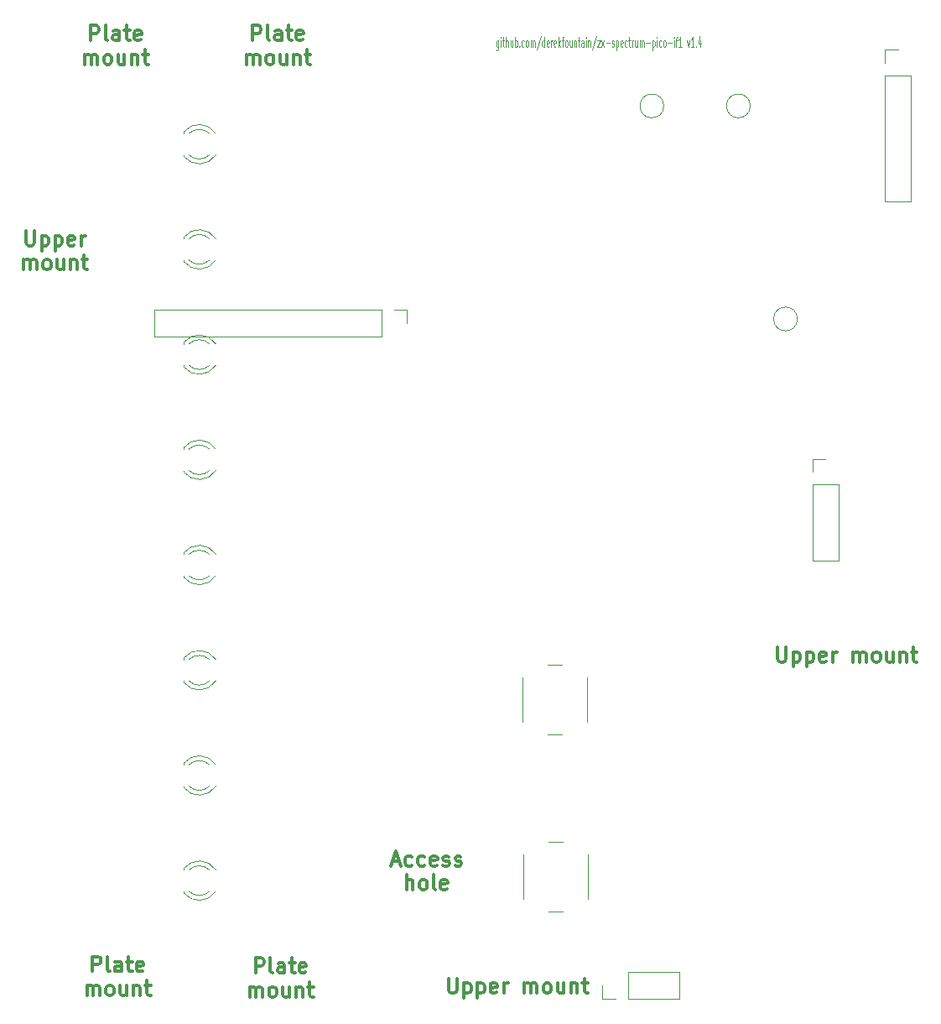
<source format=gto>
G04 #@! TF.GenerationSoftware,KiCad,Pcbnew,6.0.11-2627ca5db0~126~ubuntu22.04.1*
G04 #@! TF.CreationDate,2023-06-25T15:34:26+01:00*
G04 #@! TF.ProjectId,ui_daughterboard,75695f64-6175-4676-9874-6572626f6172,rev?*
G04 #@! TF.SameCoordinates,Original*
G04 #@! TF.FileFunction,Legend,Top*
G04 #@! TF.FilePolarity,Positive*
%FSLAX46Y46*%
G04 Gerber Fmt 4.6, Leading zero omitted, Abs format (unit mm)*
G04 Created by KiCad (PCBNEW 6.0.11-2627ca5db0~126~ubuntu22.04.1) date 2023-06-25 15:34:26*
%MOMM*%
%LPD*%
G01*
G04 APERTURE LIST*
%ADD10C,0.300000*%
%ADD11C,0.125000*%
%ADD12C,0.120000*%
%ADD13C,3.200000*%
%ADD14C,2.000000*%
%ADD15C,4.300000*%
%ADD16R,1.800000X1.800000*%
%ADD17C,1.800000*%
%ADD18R,1.700000X1.700000*%
%ADD19O,1.700000X1.700000*%
G04 APERTURE END LIST*
D10*
X89981428Y-167308571D02*
X89981428Y-168522857D01*
X90052857Y-168665714D01*
X90124285Y-168737142D01*
X90267142Y-168808571D01*
X90552857Y-168808571D01*
X90695714Y-168737142D01*
X90767142Y-168665714D01*
X90838571Y-168522857D01*
X90838571Y-167308571D01*
X91552857Y-167808571D02*
X91552857Y-169308571D01*
X91552857Y-167880000D02*
X91695714Y-167808571D01*
X91981428Y-167808571D01*
X92124285Y-167880000D01*
X92195714Y-167951428D01*
X92267142Y-168094285D01*
X92267142Y-168522857D01*
X92195714Y-168665714D01*
X92124285Y-168737142D01*
X91981428Y-168808571D01*
X91695714Y-168808571D01*
X91552857Y-168737142D01*
X92910000Y-167808571D02*
X92910000Y-169308571D01*
X92910000Y-167880000D02*
X93052857Y-167808571D01*
X93338571Y-167808571D01*
X93481428Y-167880000D01*
X93552857Y-167951428D01*
X93624285Y-168094285D01*
X93624285Y-168522857D01*
X93552857Y-168665714D01*
X93481428Y-168737142D01*
X93338571Y-168808571D01*
X93052857Y-168808571D01*
X92910000Y-168737142D01*
X94838571Y-168737142D02*
X94695714Y-168808571D01*
X94410000Y-168808571D01*
X94267142Y-168737142D01*
X94195714Y-168594285D01*
X94195714Y-168022857D01*
X94267142Y-167880000D01*
X94410000Y-167808571D01*
X94695714Y-167808571D01*
X94838571Y-167880000D01*
X94910000Y-168022857D01*
X94910000Y-168165714D01*
X94195714Y-168308571D01*
X95552857Y-168808571D02*
X95552857Y-167808571D01*
X95552857Y-168094285D02*
X95624285Y-167951428D01*
X95695714Y-167880000D01*
X95838571Y-167808571D01*
X95981428Y-167808571D01*
X97624285Y-168808571D02*
X97624285Y-167808571D01*
X97624285Y-167951428D02*
X97695714Y-167880000D01*
X97838571Y-167808571D01*
X98052857Y-167808571D01*
X98195714Y-167880000D01*
X98267142Y-168022857D01*
X98267142Y-168808571D01*
X98267142Y-168022857D02*
X98338571Y-167880000D01*
X98481428Y-167808571D01*
X98695714Y-167808571D01*
X98838571Y-167880000D01*
X98910000Y-168022857D01*
X98910000Y-168808571D01*
X99838571Y-168808571D02*
X99695714Y-168737142D01*
X99624285Y-168665714D01*
X99552857Y-168522857D01*
X99552857Y-168094285D01*
X99624285Y-167951428D01*
X99695714Y-167880000D01*
X99838571Y-167808571D01*
X100052857Y-167808571D01*
X100195714Y-167880000D01*
X100267142Y-167951428D01*
X100338571Y-168094285D01*
X100338571Y-168522857D01*
X100267142Y-168665714D01*
X100195714Y-168737142D01*
X100052857Y-168808571D01*
X99838571Y-168808571D01*
X101624285Y-167808571D02*
X101624285Y-168808571D01*
X100981428Y-167808571D02*
X100981428Y-168594285D01*
X101052857Y-168737142D01*
X101195714Y-168808571D01*
X101410000Y-168808571D01*
X101552857Y-168737142D01*
X101624285Y-168665714D01*
X102338571Y-167808571D02*
X102338571Y-168808571D01*
X102338571Y-167951428D02*
X102410000Y-167880000D01*
X102552857Y-167808571D01*
X102767142Y-167808571D01*
X102910000Y-167880000D01*
X102981428Y-168022857D01*
X102981428Y-168808571D01*
X103481428Y-167808571D02*
X104052857Y-167808571D01*
X103695714Y-167308571D02*
X103695714Y-168594285D01*
X103767142Y-168737142D01*
X103910000Y-168808571D01*
X104052857Y-168808571D01*
X84290000Y-155532500D02*
X85004285Y-155532500D01*
X84147142Y-155961071D02*
X84647142Y-154461071D01*
X85147142Y-155961071D01*
X86290000Y-155889642D02*
X86147142Y-155961071D01*
X85861428Y-155961071D01*
X85718571Y-155889642D01*
X85647142Y-155818214D01*
X85575714Y-155675357D01*
X85575714Y-155246785D01*
X85647142Y-155103928D01*
X85718571Y-155032500D01*
X85861428Y-154961071D01*
X86147142Y-154961071D01*
X86290000Y-155032500D01*
X87575714Y-155889642D02*
X87432857Y-155961071D01*
X87147142Y-155961071D01*
X87004285Y-155889642D01*
X86932857Y-155818214D01*
X86861428Y-155675357D01*
X86861428Y-155246785D01*
X86932857Y-155103928D01*
X87004285Y-155032500D01*
X87147142Y-154961071D01*
X87432857Y-154961071D01*
X87575714Y-155032500D01*
X88790000Y-155889642D02*
X88647142Y-155961071D01*
X88361428Y-155961071D01*
X88218571Y-155889642D01*
X88147142Y-155746785D01*
X88147142Y-155175357D01*
X88218571Y-155032500D01*
X88361428Y-154961071D01*
X88647142Y-154961071D01*
X88790000Y-155032500D01*
X88861428Y-155175357D01*
X88861428Y-155318214D01*
X88147142Y-155461071D01*
X89432857Y-155889642D02*
X89575714Y-155961071D01*
X89861428Y-155961071D01*
X90004285Y-155889642D01*
X90075714Y-155746785D01*
X90075714Y-155675357D01*
X90004285Y-155532500D01*
X89861428Y-155461071D01*
X89647142Y-155461071D01*
X89504285Y-155389642D01*
X89432857Y-155246785D01*
X89432857Y-155175357D01*
X89504285Y-155032500D01*
X89647142Y-154961071D01*
X89861428Y-154961071D01*
X90004285Y-155032500D01*
X90647142Y-155889642D02*
X90790000Y-155961071D01*
X91075714Y-155961071D01*
X91218571Y-155889642D01*
X91290000Y-155746785D01*
X91290000Y-155675357D01*
X91218571Y-155532500D01*
X91075714Y-155461071D01*
X90861428Y-155461071D01*
X90718571Y-155389642D01*
X90647142Y-155246785D01*
X90647142Y-155175357D01*
X90718571Y-155032500D01*
X90861428Y-154961071D01*
X91075714Y-154961071D01*
X91218571Y-155032500D01*
X85754285Y-158376071D02*
X85754285Y-156876071D01*
X86397142Y-158376071D02*
X86397142Y-157590357D01*
X86325714Y-157447500D01*
X86182857Y-157376071D01*
X85968571Y-157376071D01*
X85825714Y-157447500D01*
X85754285Y-157518928D01*
X87325714Y-158376071D02*
X87182857Y-158304642D01*
X87111428Y-158233214D01*
X87040000Y-158090357D01*
X87040000Y-157661785D01*
X87111428Y-157518928D01*
X87182857Y-157447500D01*
X87325714Y-157376071D01*
X87540000Y-157376071D01*
X87682857Y-157447500D01*
X87754285Y-157518928D01*
X87825714Y-157661785D01*
X87825714Y-158090357D01*
X87754285Y-158233214D01*
X87682857Y-158304642D01*
X87540000Y-158376071D01*
X87325714Y-158376071D01*
X88682857Y-158376071D02*
X88540000Y-158304642D01*
X88468571Y-158161785D01*
X88468571Y-156876071D01*
X89825714Y-158304642D02*
X89682857Y-158376071D01*
X89397142Y-158376071D01*
X89254285Y-158304642D01*
X89182857Y-158161785D01*
X89182857Y-157590357D01*
X89254285Y-157447500D01*
X89397142Y-157376071D01*
X89682857Y-157376071D01*
X89825714Y-157447500D01*
X89897142Y-157590357D01*
X89897142Y-157733214D01*
X89182857Y-157876071D01*
X70484285Y-166761071D02*
X70484285Y-165261071D01*
X71055714Y-165261071D01*
X71198571Y-165332500D01*
X71270000Y-165403928D01*
X71341428Y-165546785D01*
X71341428Y-165761071D01*
X71270000Y-165903928D01*
X71198571Y-165975357D01*
X71055714Y-166046785D01*
X70484285Y-166046785D01*
X72198571Y-166761071D02*
X72055714Y-166689642D01*
X71984285Y-166546785D01*
X71984285Y-165261071D01*
X73412857Y-166761071D02*
X73412857Y-165975357D01*
X73341428Y-165832500D01*
X73198571Y-165761071D01*
X72912857Y-165761071D01*
X72770000Y-165832500D01*
X73412857Y-166689642D02*
X73270000Y-166761071D01*
X72912857Y-166761071D01*
X72770000Y-166689642D01*
X72698571Y-166546785D01*
X72698571Y-166403928D01*
X72770000Y-166261071D01*
X72912857Y-166189642D01*
X73270000Y-166189642D01*
X73412857Y-166118214D01*
X73912857Y-165761071D02*
X74484285Y-165761071D01*
X74127142Y-165261071D02*
X74127142Y-166546785D01*
X74198571Y-166689642D01*
X74341428Y-166761071D01*
X74484285Y-166761071D01*
X75555714Y-166689642D02*
X75412857Y-166761071D01*
X75127142Y-166761071D01*
X74984285Y-166689642D01*
X74912857Y-166546785D01*
X74912857Y-165975357D01*
X74984285Y-165832500D01*
X75127142Y-165761071D01*
X75412857Y-165761071D01*
X75555714Y-165832500D01*
X75627142Y-165975357D01*
X75627142Y-166118214D01*
X74912857Y-166261071D01*
X69912857Y-169176071D02*
X69912857Y-168176071D01*
X69912857Y-168318928D02*
X69984285Y-168247500D01*
X70127142Y-168176071D01*
X70341428Y-168176071D01*
X70484285Y-168247500D01*
X70555714Y-168390357D01*
X70555714Y-169176071D01*
X70555714Y-168390357D02*
X70627142Y-168247500D01*
X70770000Y-168176071D01*
X70984285Y-168176071D01*
X71127142Y-168247500D01*
X71198571Y-168390357D01*
X71198571Y-169176071D01*
X72127142Y-169176071D02*
X71984285Y-169104642D01*
X71912857Y-169033214D01*
X71841428Y-168890357D01*
X71841428Y-168461785D01*
X71912857Y-168318928D01*
X71984285Y-168247500D01*
X72127142Y-168176071D01*
X72341428Y-168176071D01*
X72484285Y-168247500D01*
X72555714Y-168318928D01*
X72627142Y-168461785D01*
X72627142Y-168890357D01*
X72555714Y-169033214D01*
X72484285Y-169104642D01*
X72341428Y-169176071D01*
X72127142Y-169176071D01*
X73912857Y-168176071D02*
X73912857Y-169176071D01*
X73270000Y-168176071D02*
X73270000Y-168961785D01*
X73341428Y-169104642D01*
X73484285Y-169176071D01*
X73698571Y-169176071D01*
X73841428Y-169104642D01*
X73912857Y-169033214D01*
X74627142Y-168176071D02*
X74627142Y-169176071D01*
X74627142Y-168318928D02*
X74698571Y-168247500D01*
X74841428Y-168176071D01*
X75055714Y-168176071D01*
X75198571Y-168247500D01*
X75270000Y-168390357D01*
X75270000Y-169176071D01*
X75770000Y-168176071D02*
X76341428Y-168176071D01*
X75984285Y-167676071D02*
X75984285Y-168961785D01*
X76055714Y-169104642D01*
X76198571Y-169176071D01*
X76341428Y-169176071D01*
X54044285Y-166621071D02*
X54044285Y-165121071D01*
X54615714Y-165121071D01*
X54758571Y-165192500D01*
X54830000Y-165263928D01*
X54901428Y-165406785D01*
X54901428Y-165621071D01*
X54830000Y-165763928D01*
X54758571Y-165835357D01*
X54615714Y-165906785D01*
X54044285Y-165906785D01*
X55758571Y-166621071D02*
X55615714Y-166549642D01*
X55544285Y-166406785D01*
X55544285Y-165121071D01*
X56972857Y-166621071D02*
X56972857Y-165835357D01*
X56901428Y-165692500D01*
X56758571Y-165621071D01*
X56472857Y-165621071D01*
X56330000Y-165692500D01*
X56972857Y-166549642D02*
X56830000Y-166621071D01*
X56472857Y-166621071D01*
X56330000Y-166549642D01*
X56258571Y-166406785D01*
X56258571Y-166263928D01*
X56330000Y-166121071D01*
X56472857Y-166049642D01*
X56830000Y-166049642D01*
X56972857Y-165978214D01*
X57472857Y-165621071D02*
X58044285Y-165621071D01*
X57687142Y-165121071D02*
X57687142Y-166406785D01*
X57758571Y-166549642D01*
X57901428Y-166621071D01*
X58044285Y-166621071D01*
X59115714Y-166549642D02*
X58972857Y-166621071D01*
X58687142Y-166621071D01*
X58544285Y-166549642D01*
X58472857Y-166406785D01*
X58472857Y-165835357D01*
X58544285Y-165692500D01*
X58687142Y-165621071D01*
X58972857Y-165621071D01*
X59115714Y-165692500D01*
X59187142Y-165835357D01*
X59187142Y-165978214D01*
X58472857Y-166121071D01*
X53472857Y-169036071D02*
X53472857Y-168036071D01*
X53472857Y-168178928D02*
X53544285Y-168107500D01*
X53687142Y-168036071D01*
X53901428Y-168036071D01*
X54044285Y-168107500D01*
X54115714Y-168250357D01*
X54115714Y-169036071D01*
X54115714Y-168250357D02*
X54187142Y-168107500D01*
X54330000Y-168036071D01*
X54544285Y-168036071D01*
X54687142Y-168107500D01*
X54758571Y-168250357D01*
X54758571Y-169036071D01*
X55687142Y-169036071D02*
X55544285Y-168964642D01*
X55472857Y-168893214D01*
X55401428Y-168750357D01*
X55401428Y-168321785D01*
X55472857Y-168178928D01*
X55544285Y-168107500D01*
X55687142Y-168036071D01*
X55901428Y-168036071D01*
X56044285Y-168107500D01*
X56115714Y-168178928D01*
X56187142Y-168321785D01*
X56187142Y-168750357D01*
X56115714Y-168893214D01*
X56044285Y-168964642D01*
X55901428Y-169036071D01*
X55687142Y-169036071D01*
X57472857Y-168036071D02*
X57472857Y-169036071D01*
X56830000Y-168036071D02*
X56830000Y-168821785D01*
X56901428Y-168964642D01*
X57044285Y-169036071D01*
X57258571Y-169036071D01*
X57401428Y-168964642D01*
X57472857Y-168893214D01*
X58187142Y-168036071D02*
X58187142Y-169036071D01*
X58187142Y-168178928D02*
X58258571Y-168107500D01*
X58401428Y-168036071D01*
X58615714Y-168036071D01*
X58758571Y-168107500D01*
X58830000Y-168250357D01*
X58830000Y-169036071D01*
X59330000Y-168036071D02*
X59901428Y-168036071D01*
X59544285Y-167536071D02*
X59544285Y-168821785D01*
X59615714Y-168964642D01*
X59758571Y-169036071D01*
X59901428Y-169036071D01*
X70194285Y-72691071D02*
X70194285Y-71191071D01*
X70765714Y-71191071D01*
X70908571Y-71262500D01*
X70980000Y-71333928D01*
X71051428Y-71476785D01*
X71051428Y-71691071D01*
X70980000Y-71833928D01*
X70908571Y-71905357D01*
X70765714Y-71976785D01*
X70194285Y-71976785D01*
X71908571Y-72691071D02*
X71765714Y-72619642D01*
X71694285Y-72476785D01*
X71694285Y-71191071D01*
X73122857Y-72691071D02*
X73122857Y-71905357D01*
X73051428Y-71762500D01*
X72908571Y-71691071D01*
X72622857Y-71691071D01*
X72480000Y-71762500D01*
X73122857Y-72619642D02*
X72980000Y-72691071D01*
X72622857Y-72691071D01*
X72480000Y-72619642D01*
X72408571Y-72476785D01*
X72408571Y-72333928D01*
X72480000Y-72191071D01*
X72622857Y-72119642D01*
X72980000Y-72119642D01*
X73122857Y-72048214D01*
X73622857Y-71691071D02*
X74194285Y-71691071D01*
X73837142Y-71191071D02*
X73837142Y-72476785D01*
X73908571Y-72619642D01*
X74051428Y-72691071D01*
X74194285Y-72691071D01*
X75265714Y-72619642D02*
X75122857Y-72691071D01*
X74837142Y-72691071D01*
X74694285Y-72619642D01*
X74622857Y-72476785D01*
X74622857Y-71905357D01*
X74694285Y-71762500D01*
X74837142Y-71691071D01*
X75122857Y-71691071D01*
X75265714Y-71762500D01*
X75337142Y-71905357D01*
X75337142Y-72048214D01*
X74622857Y-72191071D01*
X69622857Y-75106071D02*
X69622857Y-74106071D01*
X69622857Y-74248928D02*
X69694285Y-74177500D01*
X69837142Y-74106071D01*
X70051428Y-74106071D01*
X70194285Y-74177500D01*
X70265714Y-74320357D01*
X70265714Y-75106071D01*
X70265714Y-74320357D02*
X70337142Y-74177500D01*
X70480000Y-74106071D01*
X70694285Y-74106071D01*
X70837142Y-74177500D01*
X70908571Y-74320357D01*
X70908571Y-75106071D01*
X71837142Y-75106071D02*
X71694285Y-75034642D01*
X71622857Y-74963214D01*
X71551428Y-74820357D01*
X71551428Y-74391785D01*
X71622857Y-74248928D01*
X71694285Y-74177500D01*
X71837142Y-74106071D01*
X72051428Y-74106071D01*
X72194285Y-74177500D01*
X72265714Y-74248928D01*
X72337142Y-74391785D01*
X72337142Y-74820357D01*
X72265714Y-74963214D01*
X72194285Y-75034642D01*
X72051428Y-75106071D01*
X71837142Y-75106071D01*
X73622857Y-74106071D02*
X73622857Y-75106071D01*
X72980000Y-74106071D02*
X72980000Y-74891785D01*
X73051428Y-75034642D01*
X73194285Y-75106071D01*
X73408571Y-75106071D01*
X73551428Y-75034642D01*
X73622857Y-74963214D01*
X74337142Y-74106071D02*
X74337142Y-75106071D01*
X74337142Y-74248928D02*
X74408571Y-74177500D01*
X74551428Y-74106071D01*
X74765714Y-74106071D01*
X74908571Y-74177500D01*
X74980000Y-74320357D01*
X74980000Y-75106071D01*
X75480000Y-74106071D02*
X76051428Y-74106071D01*
X75694285Y-73606071D02*
X75694285Y-74891785D01*
X75765714Y-75034642D01*
X75908571Y-75106071D01*
X76051428Y-75106071D01*
X53834285Y-72701071D02*
X53834285Y-71201071D01*
X54405714Y-71201071D01*
X54548571Y-71272500D01*
X54620000Y-71343928D01*
X54691428Y-71486785D01*
X54691428Y-71701071D01*
X54620000Y-71843928D01*
X54548571Y-71915357D01*
X54405714Y-71986785D01*
X53834285Y-71986785D01*
X55548571Y-72701071D02*
X55405714Y-72629642D01*
X55334285Y-72486785D01*
X55334285Y-71201071D01*
X56762857Y-72701071D02*
X56762857Y-71915357D01*
X56691428Y-71772500D01*
X56548571Y-71701071D01*
X56262857Y-71701071D01*
X56120000Y-71772500D01*
X56762857Y-72629642D02*
X56620000Y-72701071D01*
X56262857Y-72701071D01*
X56120000Y-72629642D01*
X56048571Y-72486785D01*
X56048571Y-72343928D01*
X56120000Y-72201071D01*
X56262857Y-72129642D01*
X56620000Y-72129642D01*
X56762857Y-72058214D01*
X57262857Y-71701071D02*
X57834285Y-71701071D01*
X57477142Y-71201071D02*
X57477142Y-72486785D01*
X57548571Y-72629642D01*
X57691428Y-72701071D01*
X57834285Y-72701071D01*
X58905714Y-72629642D02*
X58762857Y-72701071D01*
X58477142Y-72701071D01*
X58334285Y-72629642D01*
X58262857Y-72486785D01*
X58262857Y-71915357D01*
X58334285Y-71772500D01*
X58477142Y-71701071D01*
X58762857Y-71701071D01*
X58905714Y-71772500D01*
X58977142Y-71915357D01*
X58977142Y-72058214D01*
X58262857Y-72201071D01*
X53262857Y-75116071D02*
X53262857Y-74116071D01*
X53262857Y-74258928D02*
X53334285Y-74187500D01*
X53477142Y-74116071D01*
X53691428Y-74116071D01*
X53834285Y-74187500D01*
X53905714Y-74330357D01*
X53905714Y-75116071D01*
X53905714Y-74330357D02*
X53977142Y-74187500D01*
X54120000Y-74116071D01*
X54334285Y-74116071D01*
X54477142Y-74187500D01*
X54548571Y-74330357D01*
X54548571Y-75116071D01*
X55477142Y-75116071D02*
X55334285Y-75044642D01*
X55262857Y-74973214D01*
X55191428Y-74830357D01*
X55191428Y-74401785D01*
X55262857Y-74258928D01*
X55334285Y-74187500D01*
X55477142Y-74116071D01*
X55691428Y-74116071D01*
X55834285Y-74187500D01*
X55905714Y-74258928D01*
X55977142Y-74401785D01*
X55977142Y-74830357D01*
X55905714Y-74973214D01*
X55834285Y-75044642D01*
X55691428Y-75116071D01*
X55477142Y-75116071D01*
X57262857Y-74116071D02*
X57262857Y-75116071D01*
X56620000Y-74116071D02*
X56620000Y-74901785D01*
X56691428Y-75044642D01*
X56834285Y-75116071D01*
X57048571Y-75116071D01*
X57191428Y-75044642D01*
X57262857Y-74973214D01*
X57977142Y-74116071D02*
X57977142Y-75116071D01*
X57977142Y-74258928D02*
X58048571Y-74187500D01*
X58191428Y-74116071D01*
X58405714Y-74116071D01*
X58548571Y-74187500D01*
X58620000Y-74330357D01*
X58620000Y-75116071D01*
X59120000Y-74116071D02*
X59691428Y-74116071D01*
X59334285Y-73616071D02*
X59334285Y-74901785D01*
X59405714Y-75044642D01*
X59548571Y-75116071D01*
X59691428Y-75116071D01*
X47327142Y-91911071D02*
X47327142Y-93125357D01*
X47398571Y-93268214D01*
X47470000Y-93339642D01*
X47612857Y-93411071D01*
X47898571Y-93411071D01*
X48041428Y-93339642D01*
X48112857Y-93268214D01*
X48184285Y-93125357D01*
X48184285Y-91911071D01*
X48898571Y-92411071D02*
X48898571Y-93911071D01*
X48898571Y-92482500D02*
X49041428Y-92411071D01*
X49327142Y-92411071D01*
X49470000Y-92482500D01*
X49541428Y-92553928D01*
X49612857Y-92696785D01*
X49612857Y-93125357D01*
X49541428Y-93268214D01*
X49470000Y-93339642D01*
X49327142Y-93411071D01*
X49041428Y-93411071D01*
X48898571Y-93339642D01*
X50255714Y-92411071D02*
X50255714Y-93911071D01*
X50255714Y-92482500D02*
X50398571Y-92411071D01*
X50684285Y-92411071D01*
X50827142Y-92482500D01*
X50898571Y-92553928D01*
X50970000Y-92696785D01*
X50970000Y-93125357D01*
X50898571Y-93268214D01*
X50827142Y-93339642D01*
X50684285Y-93411071D01*
X50398571Y-93411071D01*
X50255714Y-93339642D01*
X52184285Y-93339642D02*
X52041428Y-93411071D01*
X51755714Y-93411071D01*
X51612857Y-93339642D01*
X51541428Y-93196785D01*
X51541428Y-92625357D01*
X51612857Y-92482500D01*
X51755714Y-92411071D01*
X52041428Y-92411071D01*
X52184285Y-92482500D01*
X52255714Y-92625357D01*
X52255714Y-92768214D01*
X51541428Y-92911071D01*
X52898571Y-93411071D02*
X52898571Y-92411071D01*
X52898571Y-92696785D02*
X52970000Y-92553928D01*
X53041428Y-92482500D01*
X53184285Y-92411071D01*
X53327142Y-92411071D01*
X47112857Y-95826071D02*
X47112857Y-94826071D01*
X47112857Y-94968928D02*
X47184285Y-94897500D01*
X47327142Y-94826071D01*
X47541428Y-94826071D01*
X47684285Y-94897500D01*
X47755714Y-95040357D01*
X47755714Y-95826071D01*
X47755714Y-95040357D02*
X47827142Y-94897500D01*
X47970000Y-94826071D01*
X48184285Y-94826071D01*
X48327142Y-94897500D01*
X48398571Y-95040357D01*
X48398571Y-95826071D01*
X49327142Y-95826071D02*
X49184285Y-95754642D01*
X49112857Y-95683214D01*
X49041428Y-95540357D01*
X49041428Y-95111785D01*
X49112857Y-94968928D01*
X49184285Y-94897500D01*
X49327142Y-94826071D01*
X49541428Y-94826071D01*
X49684285Y-94897500D01*
X49755714Y-94968928D01*
X49827142Y-95111785D01*
X49827142Y-95540357D01*
X49755714Y-95683214D01*
X49684285Y-95754642D01*
X49541428Y-95826071D01*
X49327142Y-95826071D01*
X51112857Y-94826071D02*
X51112857Y-95826071D01*
X50470000Y-94826071D02*
X50470000Y-95611785D01*
X50541428Y-95754642D01*
X50684285Y-95826071D01*
X50898571Y-95826071D01*
X51041428Y-95754642D01*
X51112857Y-95683214D01*
X51827142Y-94826071D02*
X51827142Y-95826071D01*
X51827142Y-94968928D02*
X51898571Y-94897500D01*
X52041428Y-94826071D01*
X52255714Y-94826071D01*
X52398571Y-94897500D01*
X52470000Y-95040357D01*
X52470000Y-95826071D01*
X52970000Y-94826071D02*
X53541428Y-94826071D01*
X53184285Y-94326071D02*
X53184285Y-95611785D01*
X53255714Y-95754642D01*
X53398571Y-95826071D01*
X53541428Y-95826071D01*
X123201428Y-133888571D02*
X123201428Y-135102857D01*
X123272857Y-135245714D01*
X123344285Y-135317142D01*
X123487142Y-135388571D01*
X123772857Y-135388571D01*
X123915714Y-135317142D01*
X123987142Y-135245714D01*
X124058571Y-135102857D01*
X124058571Y-133888571D01*
X124772857Y-134388571D02*
X124772857Y-135888571D01*
X124772857Y-134460000D02*
X124915714Y-134388571D01*
X125201428Y-134388571D01*
X125344285Y-134460000D01*
X125415714Y-134531428D01*
X125487142Y-134674285D01*
X125487142Y-135102857D01*
X125415714Y-135245714D01*
X125344285Y-135317142D01*
X125201428Y-135388571D01*
X124915714Y-135388571D01*
X124772857Y-135317142D01*
X126130000Y-134388571D02*
X126130000Y-135888571D01*
X126130000Y-134460000D02*
X126272857Y-134388571D01*
X126558571Y-134388571D01*
X126701428Y-134460000D01*
X126772857Y-134531428D01*
X126844285Y-134674285D01*
X126844285Y-135102857D01*
X126772857Y-135245714D01*
X126701428Y-135317142D01*
X126558571Y-135388571D01*
X126272857Y-135388571D01*
X126130000Y-135317142D01*
X128058571Y-135317142D02*
X127915714Y-135388571D01*
X127630000Y-135388571D01*
X127487142Y-135317142D01*
X127415714Y-135174285D01*
X127415714Y-134602857D01*
X127487142Y-134460000D01*
X127630000Y-134388571D01*
X127915714Y-134388571D01*
X128058571Y-134460000D01*
X128130000Y-134602857D01*
X128130000Y-134745714D01*
X127415714Y-134888571D01*
X128772857Y-135388571D02*
X128772857Y-134388571D01*
X128772857Y-134674285D02*
X128844285Y-134531428D01*
X128915714Y-134460000D01*
X129058571Y-134388571D01*
X129201428Y-134388571D01*
X130844285Y-135388571D02*
X130844285Y-134388571D01*
X130844285Y-134531428D02*
X130915714Y-134460000D01*
X131058571Y-134388571D01*
X131272857Y-134388571D01*
X131415714Y-134460000D01*
X131487142Y-134602857D01*
X131487142Y-135388571D01*
X131487142Y-134602857D02*
X131558571Y-134460000D01*
X131701428Y-134388571D01*
X131915714Y-134388571D01*
X132058571Y-134460000D01*
X132130000Y-134602857D01*
X132130000Y-135388571D01*
X133058571Y-135388571D02*
X132915714Y-135317142D01*
X132844285Y-135245714D01*
X132772857Y-135102857D01*
X132772857Y-134674285D01*
X132844285Y-134531428D01*
X132915714Y-134460000D01*
X133058571Y-134388571D01*
X133272857Y-134388571D01*
X133415714Y-134460000D01*
X133487142Y-134531428D01*
X133558571Y-134674285D01*
X133558571Y-135102857D01*
X133487142Y-135245714D01*
X133415714Y-135317142D01*
X133272857Y-135388571D01*
X133058571Y-135388571D01*
X134844285Y-134388571D02*
X134844285Y-135388571D01*
X134201428Y-134388571D02*
X134201428Y-135174285D01*
X134272857Y-135317142D01*
X134415714Y-135388571D01*
X134630000Y-135388571D01*
X134772857Y-135317142D01*
X134844285Y-135245714D01*
X135558571Y-134388571D02*
X135558571Y-135388571D01*
X135558571Y-134531428D02*
X135630000Y-134460000D01*
X135772857Y-134388571D01*
X135987142Y-134388571D01*
X136130000Y-134460000D01*
X136201428Y-134602857D01*
X136201428Y-135388571D01*
X136701428Y-134388571D02*
X137272857Y-134388571D01*
X136915714Y-133888571D02*
X136915714Y-135174285D01*
X136987142Y-135317142D01*
X137130000Y-135388571D01*
X137272857Y-135388571D01*
D11*
X95022857Y-72685714D02*
X95022857Y-73495238D01*
X94999047Y-73590476D01*
X94975238Y-73638095D01*
X94927619Y-73685714D01*
X94856190Y-73685714D01*
X94808571Y-73638095D01*
X95022857Y-73304761D02*
X94975238Y-73352380D01*
X94880000Y-73352380D01*
X94832380Y-73304761D01*
X94808571Y-73257142D01*
X94784761Y-73161904D01*
X94784761Y-72876190D01*
X94808571Y-72780952D01*
X94832380Y-72733333D01*
X94880000Y-72685714D01*
X94975238Y-72685714D01*
X95022857Y-72733333D01*
X95260952Y-73352380D02*
X95260952Y-72685714D01*
X95260952Y-72352380D02*
X95237142Y-72400000D01*
X95260952Y-72447619D01*
X95284761Y-72400000D01*
X95260952Y-72352380D01*
X95260952Y-72447619D01*
X95427619Y-72685714D02*
X95618095Y-72685714D01*
X95499047Y-72352380D02*
X95499047Y-73209523D01*
X95522857Y-73304761D01*
X95570476Y-73352380D01*
X95618095Y-73352380D01*
X95784761Y-73352380D02*
X95784761Y-72352380D01*
X95999047Y-73352380D02*
X95999047Y-72828571D01*
X95975238Y-72733333D01*
X95927619Y-72685714D01*
X95856190Y-72685714D01*
X95808571Y-72733333D01*
X95784761Y-72780952D01*
X96451428Y-72685714D02*
X96451428Y-73352380D01*
X96237142Y-72685714D02*
X96237142Y-73209523D01*
X96260952Y-73304761D01*
X96308571Y-73352380D01*
X96380000Y-73352380D01*
X96427619Y-73304761D01*
X96451428Y-73257142D01*
X96689523Y-73352380D02*
X96689523Y-72352380D01*
X96689523Y-72733333D02*
X96737142Y-72685714D01*
X96832380Y-72685714D01*
X96880000Y-72733333D01*
X96903809Y-72780952D01*
X96927619Y-72876190D01*
X96927619Y-73161904D01*
X96903809Y-73257142D01*
X96880000Y-73304761D01*
X96832380Y-73352380D01*
X96737142Y-73352380D01*
X96689523Y-73304761D01*
X97141904Y-73257142D02*
X97165714Y-73304761D01*
X97141904Y-73352380D01*
X97118095Y-73304761D01*
X97141904Y-73257142D01*
X97141904Y-73352380D01*
X97594285Y-73304761D02*
X97546666Y-73352380D01*
X97451428Y-73352380D01*
X97403809Y-73304761D01*
X97380000Y-73257142D01*
X97356190Y-73161904D01*
X97356190Y-72876190D01*
X97380000Y-72780952D01*
X97403809Y-72733333D01*
X97451428Y-72685714D01*
X97546666Y-72685714D01*
X97594285Y-72733333D01*
X97880000Y-73352380D02*
X97832380Y-73304761D01*
X97808571Y-73257142D01*
X97784761Y-73161904D01*
X97784761Y-72876190D01*
X97808571Y-72780952D01*
X97832380Y-72733333D01*
X97880000Y-72685714D01*
X97951428Y-72685714D01*
X97999047Y-72733333D01*
X98022857Y-72780952D01*
X98046666Y-72876190D01*
X98046666Y-73161904D01*
X98022857Y-73257142D01*
X97999047Y-73304761D01*
X97951428Y-73352380D01*
X97880000Y-73352380D01*
X98260952Y-73352380D02*
X98260952Y-72685714D01*
X98260952Y-72780952D02*
X98284761Y-72733333D01*
X98332380Y-72685714D01*
X98403809Y-72685714D01*
X98451428Y-72733333D01*
X98475238Y-72828571D01*
X98475238Y-73352380D01*
X98475238Y-72828571D02*
X98499047Y-72733333D01*
X98546666Y-72685714D01*
X98618095Y-72685714D01*
X98665714Y-72733333D01*
X98689523Y-72828571D01*
X98689523Y-73352380D01*
X99284761Y-72304761D02*
X98856190Y-73590476D01*
X99665714Y-73352380D02*
X99665714Y-72352380D01*
X99665714Y-73304761D02*
X99618095Y-73352380D01*
X99522857Y-73352380D01*
X99475238Y-73304761D01*
X99451428Y-73257142D01*
X99427619Y-73161904D01*
X99427619Y-72876190D01*
X99451428Y-72780952D01*
X99475238Y-72733333D01*
X99522857Y-72685714D01*
X99618095Y-72685714D01*
X99665714Y-72733333D01*
X100094285Y-73304761D02*
X100046666Y-73352380D01*
X99951428Y-73352380D01*
X99903809Y-73304761D01*
X99880000Y-73209523D01*
X99880000Y-72828571D01*
X99903809Y-72733333D01*
X99951428Y-72685714D01*
X100046666Y-72685714D01*
X100094285Y-72733333D01*
X100118095Y-72828571D01*
X100118095Y-72923809D01*
X99880000Y-73019047D01*
X100332380Y-73352380D02*
X100332380Y-72685714D01*
X100332380Y-72876190D02*
X100356190Y-72780952D01*
X100380000Y-72733333D01*
X100427619Y-72685714D01*
X100475238Y-72685714D01*
X100832380Y-73304761D02*
X100784761Y-73352380D01*
X100689523Y-73352380D01*
X100641904Y-73304761D01*
X100618095Y-73209523D01*
X100618095Y-72828571D01*
X100641904Y-72733333D01*
X100689523Y-72685714D01*
X100784761Y-72685714D01*
X100832380Y-72733333D01*
X100856190Y-72828571D01*
X100856190Y-72923809D01*
X100618095Y-73019047D01*
X101070476Y-73352380D02*
X101070476Y-72352380D01*
X101118095Y-72971428D02*
X101260952Y-73352380D01*
X101260952Y-72685714D02*
X101070476Y-73066666D01*
X101403809Y-72685714D02*
X101594285Y-72685714D01*
X101475238Y-73352380D02*
X101475238Y-72495238D01*
X101499047Y-72400000D01*
X101546666Y-72352380D01*
X101594285Y-72352380D01*
X101832380Y-73352380D02*
X101784761Y-73304761D01*
X101760952Y-73257142D01*
X101737142Y-73161904D01*
X101737142Y-72876190D01*
X101760952Y-72780952D01*
X101784761Y-72733333D01*
X101832380Y-72685714D01*
X101903809Y-72685714D01*
X101951428Y-72733333D01*
X101975238Y-72780952D01*
X101999047Y-72876190D01*
X101999047Y-73161904D01*
X101975238Y-73257142D01*
X101951428Y-73304761D01*
X101903809Y-73352380D01*
X101832380Y-73352380D01*
X102427619Y-72685714D02*
X102427619Y-73352380D01*
X102213333Y-72685714D02*
X102213333Y-73209523D01*
X102237142Y-73304761D01*
X102284761Y-73352380D01*
X102356190Y-73352380D01*
X102403809Y-73304761D01*
X102427619Y-73257142D01*
X102665714Y-72685714D02*
X102665714Y-73352380D01*
X102665714Y-72780952D02*
X102689523Y-72733333D01*
X102737142Y-72685714D01*
X102808571Y-72685714D01*
X102856190Y-72733333D01*
X102880000Y-72828571D01*
X102880000Y-73352380D01*
X103046666Y-72685714D02*
X103237142Y-72685714D01*
X103118095Y-72352380D02*
X103118095Y-73209523D01*
X103141904Y-73304761D01*
X103189523Y-73352380D01*
X103237142Y-73352380D01*
X103618095Y-73352380D02*
X103618095Y-72828571D01*
X103594285Y-72733333D01*
X103546666Y-72685714D01*
X103451428Y-72685714D01*
X103403809Y-72733333D01*
X103618095Y-73304761D02*
X103570476Y-73352380D01*
X103451428Y-73352380D01*
X103403809Y-73304761D01*
X103380000Y-73209523D01*
X103380000Y-73114285D01*
X103403809Y-73019047D01*
X103451428Y-72971428D01*
X103570476Y-72971428D01*
X103618095Y-72923809D01*
X103856190Y-73352380D02*
X103856190Y-72685714D01*
X103856190Y-72352380D02*
X103832380Y-72400000D01*
X103856190Y-72447619D01*
X103880000Y-72400000D01*
X103856190Y-72352380D01*
X103856190Y-72447619D01*
X104094285Y-72685714D02*
X104094285Y-73352380D01*
X104094285Y-72780952D02*
X104118095Y-72733333D01*
X104165714Y-72685714D01*
X104237142Y-72685714D01*
X104284761Y-72733333D01*
X104308571Y-72828571D01*
X104308571Y-73352380D01*
X104903809Y-72304761D02*
X104475238Y-73590476D01*
X105022857Y-72685714D02*
X105284761Y-72685714D01*
X105022857Y-73352380D01*
X105284761Y-73352380D01*
X105427619Y-73352380D02*
X105689523Y-72685714D01*
X105427619Y-72685714D02*
X105689523Y-73352380D01*
X105880000Y-72971428D02*
X106260952Y-72971428D01*
X106475238Y-73304761D02*
X106522857Y-73352380D01*
X106618095Y-73352380D01*
X106665714Y-73304761D01*
X106689523Y-73209523D01*
X106689523Y-73161904D01*
X106665714Y-73066666D01*
X106618095Y-73019047D01*
X106546666Y-73019047D01*
X106499047Y-72971428D01*
X106475238Y-72876190D01*
X106475238Y-72828571D01*
X106499047Y-72733333D01*
X106546666Y-72685714D01*
X106618095Y-72685714D01*
X106665714Y-72733333D01*
X106903809Y-72685714D02*
X106903809Y-73685714D01*
X106903809Y-72733333D02*
X106951428Y-72685714D01*
X107046666Y-72685714D01*
X107094285Y-72733333D01*
X107118095Y-72780952D01*
X107141904Y-72876190D01*
X107141904Y-73161904D01*
X107118095Y-73257142D01*
X107094285Y-73304761D01*
X107046666Y-73352380D01*
X106951428Y-73352380D01*
X106903809Y-73304761D01*
X107546666Y-73304761D02*
X107499047Y-73352380D01*
X107403809Y-73352380D01*
X107356190Y-73304761D01*
X107332380Y-73209523D01*
X107332380Y-72828571D01*
X107356190Y-72733333D01*
X107403809Y-72685714D01*
X107499047Y-72685714D01*
X107546666Y-72733333D01*
X107570476Y-72828571D01*
X107570476Y-72923809D01*
X107332380Y-73019047D01*
X107999047Y-73304761D02*
X107951428Y-73352380D01*
X107856190Y-73352380D01*
X107808571Y-73304761D01*
X107784761Y-73257142D01*
X107760952Y-73161904D01*
X107760952Y-72876190D01*
X107784761Y-72780952D01*
X107808571Y-72733333D01*
X107856190Y-72685714D01*
X107951428Y-72685714D01*
X107999047Y-72733333D01*
X108141904Y-72685714D02*
X108332380Y-72685714D01*
X108213333Y-72352380D02*
X108213333Y-73209523D01*
X108237142Y-73304761D01*
X108284761Y-73352380D01*
X108332380Y-73352380D01*
X108499047Y-73352380D02*
X108499047Y-72685714D01*
X108499047Y-72876190D02*
X108522857Y-72780952D01*
X108546666Y-72733333D01*
X108594285Y-72685714D01*
X108641904Y-72685714D01*
X109022857Y-72685714D02*
X109022857Y-73352380D01*
X108808571Y-72685714D02*
X108808571Y-73209523D01*
X108832380Y-73304761D01*
X108880000Y-73352380D01*
X108951428Y-73352380D01*
X108999047Y-73304761D01*
X109022857Y-73257142D01*
X109260952Y-73352380D02*
X109260952Y-72685714D01*
X109260952Y-72780952D02*
X109284761Y-72733333D01*
X109332380Y-72685714D01*
X109403809Y-72685714D01*
X109451428Y-72733333D01*
X109475238Y-72828571D01*
X109475238Y-73352380D01*
X109475238Y-72828571D02*
X109499047Y-72733333D01*
X109546666Y-72685714D01*
X109618095Y-72685714D01*
X109665714Y-72733333D01*
X109689523Y-72828571D01*
X109689523Y-73352380D01*
X109927619Y-72971428D02*
X110308571Y-72971428D01*
X110546666Y-72685714D02*
X110546666Y-73685714D01*
X110546666Y-72733333D02*
X110594285Y-72685714D01*
X110689523Y-72685714D01*
X110737142Y-72733333D01*
X110760952Y-72780952D01*
X110784761Y-72876190D01*
X110784761Y-73161904D01*
X110760952Y-73257142D01*
X110737142Y-73304761D01*
X110689523Y-73352380D01*
X110594285Y-73352380D01*
X110546666Y-73304761D01*
X110999047Y-73352380D02*
X110999047Y-72685714D01*
X110999047Y-72352380D02*
X110975238Y-72400000D01*
X110999047Y-72447619D01*
X111022857Y-72400000D01*
X110999047Y-72352380D01*
X110999047Y-72447619D01*
X111451428Y-73304761D02*
X111403809Y-73352380D01*
X111308571Y-73352380D01*
X111260952Y-73304761D01*
X111237142Y-73257142D01*
X111213333Y-73161904D01*
X111213333Y-72876190D01*
X111237142Y-72780952D01*
X111260952Y-72733333D01*
X111308571Y-72685714D01*
X111403809Y-72685714D01*
X111451428Y-72733333D01*
X111737142Y-73352380D02*
X111689523Y-73304761D01*
X111665714Y-73257142D01*
X111641904Y-73161904D01*
X111641904Y-72876190D01*
X111665714Y-72780952D01*
X111689523Y-72733333D01*
X111737142Y-72685714D01*
X111808571Y-72685714D01*
X111856190Y-72733333D01*
X111880000Y-72780952D01*
X111903809Y-72876190D01*
X111903809Y-73161904D01*
X111880000Y-73257142D01*
X111856190Y-73304761D01*
X111808571Y-73352380D01*
X111737142Y-73352380D01*
X112118095Y-72971428D02*
X112499047Y-72971428D01*
X112737142Y-73352380D02*
X112737142Y-72685714D01*
X112737142Y-72352380D02*
X112713333Y-72400000D01*
X112737142Y-72447619D01*
X112760952Y-72400000D01*
X112737142Y-72352380D01*
X112737142Y-72447619D01*
X112903809Y-72685714D02*
X113094285Y-72685714D01*
X112975238Y-73352380D02*
X112975238Y-72495238D01*
X112999047Y-72400000D01*
X113046666Y-72352380D01*
X113094285Y-72352380D01*
X113522857Y-73352380D02*
X113237142Y-73352380D01*
X113380000Y-73352380D02*
X113380000Y-72352380D01*
X113332380Y-72495238D01*
X113284761Y-72590476D01*
X113237142Y-72638095D01*
X114070476Y-72685714D02*
X114189523Y-73352380D01*
X114308571Y-72685714D01*
X114760952Y-73352380D02*
X114475238Y-73352380D01*
X114618095Y-73352380D02*
X114618095Y-72352380D01*
X114570476Y-72495238D01*
X114522857Y-72590476D01*
X114475238Y-72638095D01*
X114975238Y-73257142D02*
X114999047Y-73304761D01*
X114975238Y-73352380D01*
X114951428Y-73304761D01*
X114975238Y-73257142D01*
X114975238Y-73352380D01*
X115427619Y-72685714D02*
X115427619Y-73352380D01*
X115308571Y-72304761D02*
X115189523Y-73019047D01*
X115499047Y-73019047D01*
D12*
X111710000Y-79310000D02*
G75*
G03*
X111710000Y-79310000I-1200000J0D01*
G01*
X120440000Y-79310000D02*
G75*
G03*
X120440000Y-79310000I-1200000J0D01*
G01*
X63255000Y-124385428D02*
X63255000Y-124541428D01*
X63255000Y-126701428D02*
X63255000Y-126857428D01*
X65856130Y-124541591D02*
G75*
G03*
X63774039Y-124541428I-1041130J-1079837D01*
G01*
X63255000Y-126856944D02*
G75*
G03*
X66487335Y-126700036I1560000J1235516D01*
G01*
X63774039Y-126701428D02*
G75*
G03*
X65856130Y-126701265I1040961J1080000D01*
G01*
X66487335Y-124542820D02*
G75*
G03*
X63255000Y-124385912I-1672335J-1078608D01*
G01*
X97450000Y-136940000D02*
X97450000Y-141440000D01*
X103950000Y-141440000D02*
X103950000Y-136940000D01*
X101450000Y-135690000D02*
X99950000Y-135690000D01*
X99950000Y-142690000D02*
X101450000Y-142690000D01*
X97550000Y-154810000D02*
X97550000Y-159310000D01*
X104050000Y-159310000D02*
X104050000Y-154810000D01*
X101550000Y-153560000D02*
X100050000Y-153560000D01*
X100050000Y-160560000D02*
X101550000Y-160560000D01*
X125200000Y-100800000D02*
G75*
G03*
X125200000Y-100800000I-1200000J0D01*
G01*
X129380000Y-117500000D02*
X129380000Y-125180000D01*
X126720000Y-116230000D02*
X126720000Y-114900000D01*
X126720000Y-125180000D02*
X129380000Y-125180000D01*
X126720000Y-117500000D02*
X129380000Y-117500000D01*
X126720000Y-114900000D02*
X128050000Y-114900000D01*
X126720000Y-117500000D02*
X126720000Y-125180000D01*
X84475000Y-99910000D02*
X85805000Y-99910000D01*
X83205000Y-102570000D02*
X60285000Y-102570000D01*
X83205000Y-99910000D02*
X60285000Y-99910000D01*
X85805000Y-99910000D02*
X85805000Y-101240000D01*
X83205000Y-99910000D02*
X83205000Y-102570000D01*
X60285000Y-99910000D02*
X60285000Y-102570000D01*
X134020000Y-76210000D02*
X134020000Y-88970000D01*
X134020000Y-74940000D02*
X134020000Y-73610000D01*
X134020000Y-73610000D02*
X135350000Y-73610000D01*
X134020000Y-76210000D02*
X136680000Y-76210000D01*
X134020000Y-88970000D02*
X136680000Y-88970000D01*
X136680000Y-76210000D02*
X136680000Y-88970000D01*
X63255000Y-81934000D02*
X63255000Y-82090000D01*
X63255000Y-84250000D02*
X63255000Y-84406000D01*
X65856130Y-82090163D02*
G75*
G03*
X63774039Y-82090000I-1041130J-1079837D01*
G01*
X63255000Y-84405516D02*
G75*
G03*
X66487335Y-84248608I1560000J1235516D01*
G01*
X63774039Y-84250000D02*
G75*
G03*
X65856130Y-84249837I1040961J1080000D01*
G01*
X66487335Y-82091392D02*
G75*
G03*
X63255000Y-81934484I-1672335J-1078608D01*
G01*
X63255000Y-92546857D02*
X63255000Y-92702857D01*
X63255000Y-94862857D02*
X63255000Y-95018857D01*
X65856130Y-92703020D02*
G75*
G03*
X63774039Y-92702857I-1041130J-1079837D01*
G01*
X63255000Y-95018373D02*
G75*
G03*
X66487335Y-94861465I1560000J1235516D01*
G01*
X63774039Y-94862857D02*
G75*
G03*
X65856130Y-94862694I1040961J1080000D01*
G01*
X66487335Y-92704249D02*
G75*
G03*
X63255000Y-92547341I-1672335J-1078608D01*
G01*
X63255000Y-103159714D02*
X63255000Y-103315714D01*
X63255000Y-105475714D02*
X63255000Y-105631714D01*
X65856130Y-103315877D02*
G75*
G03*
X63774039Y-103315714I-1041130J-1079837D01*
G01*
X63255000Y-105631230D02*
G75*
G03*
X66487335Y-105474322I1560000J1235516D01*
G01*
X63774039Y-105475714D02*
G75*
G03*
X65856130Y-105475551I1040961J1080000D01*
G01*
X66487335Y-103317106D02*
G75*
G03*
X63255000Y-103160198I-1672335J-1078608D01*
G01*
X63255000Y-113772571D02*
X63255000Y-113928571D01*
X63255000Y-116088571D02*
X63255000Y-116244571D01*
X65856130Y-113928734D02*
G75*
G03*
X63774039Y-113928571I-1041130J-1079837D01*
G01*
X63255000Y-116244087D02*
G75*
G03*
X66487335Y-116087179I1560000J1235516D01*
G01*
X63774039Y-116088571D02*
G75*
G03*
X65856130Y-116088408I1040961J1080000D01*
G01*
X66487335Y-113929963D02*
G75*
G03*
X63255000Y-113773055I-1672335J-1078608D01*
G01*
X63255000Y-134998285D02*
X63255000Y-135154285D01*
X63255000Y-137314285D02*
X63255000Y-137470285D01*
X65856130Y-135154448D02*
G75*
G03*
X63774039Y-135154285I-1041130J-1079837D01*
G01*
X63255000Y-137469801D02*
G75*
G03*
X66487335Y-137312893I1560000J1235516D01*
G01*
X63774039Y-137314285D02*
G75*
G03*
X65856130Y-137314122I1040961J1080000D01*
G01*
X66487335Y-135155677D02*
G75*
G03*
X63255000Y-134998769I-1672335J-1078608D01*
G01*
X63255000Y-145611142D02*
X63255000Y-145767142D01*
X63255000Y-147927142D02*
X63255000Y-148083142D01*
X65856130Y-145767305D02*
G75*
G03*
X63774039Y-145767142I-1041130J-1079837D01*
G01*
X63255000Y-148082658D02*
G75*
G03*
X66487335Y-147925750I1560000J1235516D01*
G01*
X63774039Y-147927142D02*
G75*
G03*
X65856130Y-147926979I1040961J1080000D01*
G01*
X66487335Y-145768534D02*
G75*
G03*
X63255000Y-145611626I-1672335J-1078608D01*
G01*
X66487335Y-156381392D02*
G75*
G03*
X63255000Y-156224484I-1672335J-1078608D01*
G01*
X63774039Y-158540000D02*
G75*
G03*
X65856130Y-158539837I1040961J1080000D01*
G01*
X63255000Y-158695516D02*
G75*
G03*
X66487335Y-158538608I1560000J1235516D01*
G01*
X65856130Y-156380163D02*
G75*
G03*
X63774039Y-156380000I-1041130J-1079837D01*
G01*
X63255000Y-158540000D02*
X63255000Y-158696000D01*
X63255000Y-156224000D02*
X63255000Y-156380000D01*
X105520000Y-169370000D02*
X105520000Y-168040000D01*
X106850000Y-169370000D02*
X105520000Y-169370000D01*
X108120000Y-169370000D02*
X108120000Y-166710000D01*
X108120000Y-169370000D02*
X113260000Y-169370000D01*
X108120000Y-166710000D02*
X113260000Y-166710000D01*
X113260000Y-169370000D02*
X113260000Y-166710000D01*
%LPC*%
D13*
X130060000Y-139450113D03*
X56460000Y-89350113D03*
D14*
X110510000Y-79310000D03*
X119240000Y-79310000D03*
D15*
X88220000Y-148460000D03*
D16*
X63545000Y-125621428D03*
D17*
X66085000Y-125621428D03*
D13*
X73030000Y-161302856D03*
X56590000Y-79052856D03*
X56610000Y-161242856D03*
X72990000Y-79110000D03*
D14*
X102950000Y-135940000D03*
X102950000Y-142440000D03*
X98450000Y-142440000D03*
X98450000Y-135940000D03*
X103050000Y-153810000D03*
X103050000Y-160310000D03*
X98550000Y-160310000D03*
X98550000Y-153810000D03*
X124000000Y-100800000D03*
D18*
X128050000Y-116230000D03*
D19*
X128050000Y-118770000D03*
X128050000Y-121310000D03*
X128050000Y-123850000D03*
X61615000Y-101240000D03*
X64155000Y-101240000D03*
X66695000Y-101240000D03*
X69235000Y-101240000D03*
X71775000Y-101240000D03*
X74315000Y-101240000D03*
X76855000Y-101240000D03*
X79395000Y-101240000D03*
X81935000Y-101240000D03*
D18*
X84475000Y-101240000D03*
X135350000Y-74940000D03*
D19*
X135350000Y-77480000D03*
X135350000Y-80020000D03*
X135350000Y-82560000D03*
X135350000Y-85100000D03*
X135350000Y-87640000D03*
D16*
X63545000Y-83170000D03*
D17*
X66085000Y-83170000D03*
D16*
X63545000Y-93782857D03*
D17*
X66085000Y-93782857D03*
D16*
X63545000Y-104395714D03*
D17*
X66085000Y-104395714D03*
D16*
X63545000Y-115008571D03*
D17*
X66085000Y-115008571D03*
D16*
X63545000Y-136234285D03*
D17*
X66085000Y-136234285D03*
D16*
X63545000Y-146847142D03*
D17*
X66085000Y-146847142D03*
X66085000Y-157460000D03*
D16*
X63545000Y-157460000D03*
D18*
X106850000Y-168040000D03*
D19*
X109390000Y-168040000D03*
X111930000Y-168040000D03*
M02*

</source>
